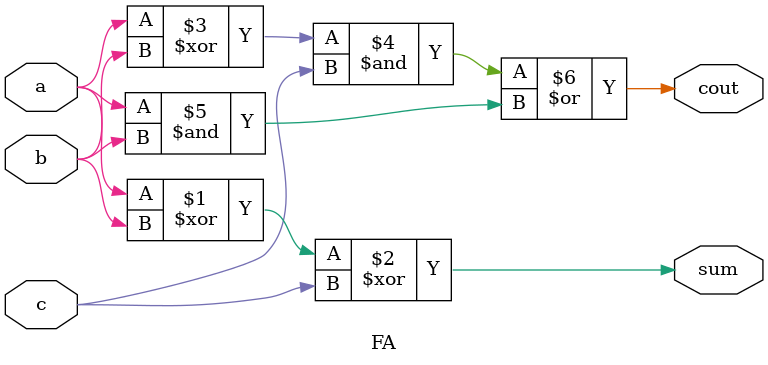
<source format=v>

module FA(a, b, c, cout, sum);

	input a, b, c;
	output cout, sum;
	
	assign sum = (a^b)^c;
	assign cout = ((a^b)&c)|(a&b);

endmodule
</source>
